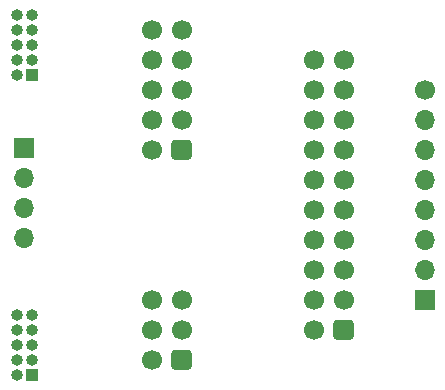
<source format=gbr>
%TF.GenerationSoftware,KiCad,Pcbnew,(5.1.7)-1*%
%TF.CreationDate,2020-11-29T11:25:41+01:00*%
%TF.ProjectId,PickitUp,5069636b-6974-4557-902e-6b696361645f,rev?*%
%TF.SameCoordinates,Original*%
%TF.FileFunction,Soldermask,Bot*%
%TF.FilePolarity,Negative*%
%FSLAX46Y46*%
G04 Gerber Fmt 4.6, Leading zero omitted, Abs format (unit mm)*
G04 Created by KiCad (PCBNEW (5.1.7)-1) date 2020-11-29 11:25:41*
%MOMM*%
%LPD*%
G01*
G04 APERTURE LIST*
%ADD10C,1.700000*%
%ADD11R,1.700000X1.700000*%
%ADD12O,1.700000X1.700000*%
%ADD13R,1.000000X1.000000*%
%ADD14O,1.000000X1.000000*%
G04 APERTURE END LIST*
D10*
%TO.C,J3*%
X187452000Y-86868000D03*
X187452000Y-89408000D03*
X187452000Y-91948000D03*
X187452000Y-94488000D03*
X187452000Y-97028000D03*
X187452000Y-99568000D03*
X187452000Y-102108000D03*
X187452000Y-104648000D03*
X187452000Y-107188000D03*
X187452000Y-109728000D03*
X189992000Y-86868000D03*
X189992000Y-89408000D03*
X189992000Y-91948000D03*
X189992000Y-94488000D03*
X189992000Y-97028000D03*
X189992000Y-99568000D03*
X189992000Y-102108000D03*
X189992000Y-104648000D03*
X189992000Y-107188000D03*
G36*
G01*
X190842000Y-109128000D02*
X190842000Y-110328000D01*
G75*
G02*
X190592000Y-110578000I-250000J0D01*
G01*
X189392000Y-110578000D01*
G75*
G02*
X189142000Y-110328000I0J250000D01*
G01*
X189142000Y-109128000D01*
G75*
G02*
X189392000Y-108878000I250000J0D01*
G01*
X190592000Y-108878000D01*
G75*
G02*
X190842000Y-109128000I0J-250000D01*
G01*
G37*
%TD*%
D11*
%TO.C,J1*%
X196850000Y-107188000D03*
D12*
X196850000Y-104648000D03*
X196850000Y-102108000D03*
X196850000Y-99568000D03*
X196850000Y-97028000D03*
X196850000Y-94488000D03*
X196850000Y-91948000D03*
D10*
X196850000Y-89408000D03*
%TD*%
D12*
%TO.C,J7*%
X162941000Y-101981000D03*
X162941000Y-99441000D03*
X162941000Y-96901000D03*
D11*
X162941000Y-94361000D03*
%TD*%
D13*
%TO.C,J5*%
X163576000Y-88138000D03*
D14*
X162306000Y-88138000D03*
X163576000Y-86868000D03*
X162306000Y-86868000D03*
X163576000Y-85598000D03*
X162306000Y-85598000D03*
X163576000Y-84328000D03*
X162306000Y-84328000D03*
X163576000Y-83058000D03*
X162306000Y-83058000D03*
%TD*%
D10*
%TO.C,J4*%
X173736000Y-84328000D03*
X173736000Y-86868000D03*
X173736000Y-89408000D03*
X173736000Y-91948000D03*
X173736000Y-94488000D03*
X176276000Y-84328000D03*
X176276000Y-86868000D03*
X176276000Y-89408000D03*
X176276000Y-91948000D03*
G36*
G01*
X177126000Y-93888000D02*
X177126000Y-95088000D01*
G75*
G02*
X176876000Y-95338000I-250000J0D01*
G01*
X175676000Y-95338000D01*
G75*
G02*
X175426000Y-95088000I0J250000D01*
G01*
X175426000Y-93888000D01*
G75*
G02*
X175676000Y-93638000I250000J0D01*
G01*
X176876000Y-93638000D01*
G75*
G02*
X177126000Y-93888000I0J-250000D01*
G01*
G37*
%TD*%
%TO.C,J6*%
X173736000Y-107188000D03*
X173736000Y-109728000D03*
X173736000Y-112268000D03*
X176276000Y-107188000D03*
X176276000Y-109728000D03*
G36*
G01*
X177126000Y-111668000D02*
X177126000Y-112868000D01*
G75*
G02*
X176876000Y-113118000I-250000J0D01*
G01*
X175676000Y-113118000D01*
G75*
G02*
X175426000Y-112868000I0J250000D01*
G01*
X175426000Y-111668000D01*
G75*
G02*
X175676000Y-111418000I250000J0D01*
G01*
X176876000Y-111418000D01*
G75*
G02*
X177126000Y-111668000I0J-250000D01*
G01*
G37*
%TD*%
D13*
%TO.C,J2*%
X163576000Y-113538000D03*
D14*
X162306000Y-113538000D03*
X163576000Y-112268000D03*
X162306000Y-112268000D03*
X163576000Y-110998000D03*
X162306000Y-110998000D03*
X163576000Y-109728000D03*
X162306000Y-109728000D03*
X163576000Y-108458000D03*
X162306000Y-108458000D03*
%TD*%
M02*

</source>
